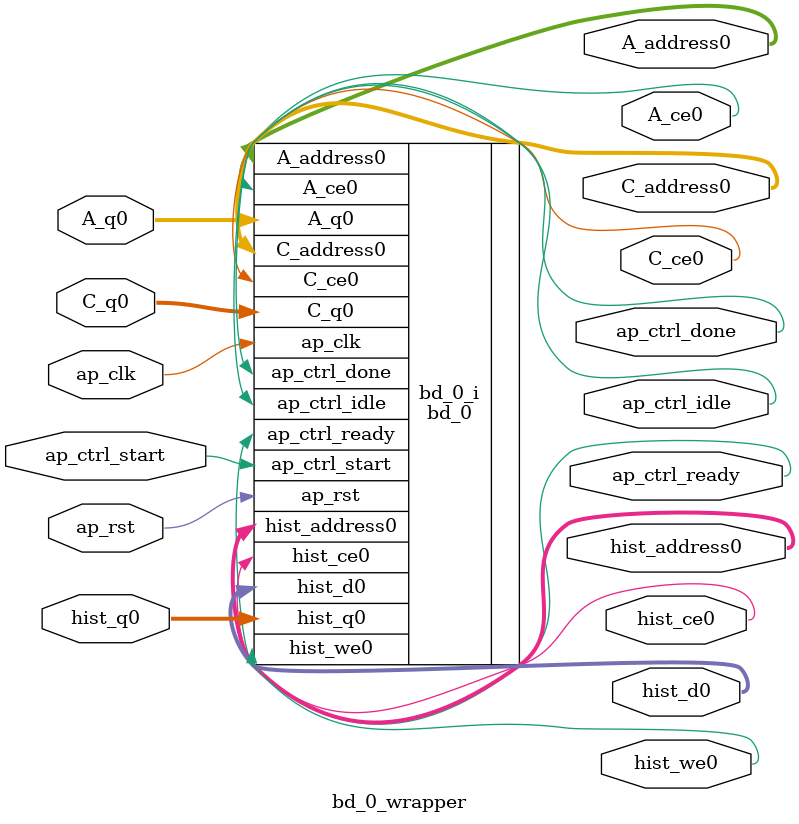
<source format=v>
`timescale 1 ps / 1 ps

module bd_0_wrapper
   (A_address0,
    A_ce0,
    A_q0,
    C_address0,
    C_ce0,
    C_q0,
    ap_clk,
    ap_ctrl_done,
    ap_ctrl_idle,
    ap_ctrl_ready,
    ap_ctrl_start,
    ap_rst,
    hist_address0,
    hist_ce0,
    hist_d0,
    hist_q0,
    hist_we0);
  output [9:0]A_address0;
  output A_ce0;
  input [31:0]A_q0;
  output [9:0]C_address0;
  output C_ce0;
  input [31:0]C_q0;
  input ap_clk;
  output ap_ctrl_done;
  output ap_ctrl_idle;
  output ap_ctrl_ready;
  input ap_ctrl_start;
  input ap_rst;
  output [9:0]hist_address0;
  output hist_ce0;
  output [31:0]hist_d0;
  input [31:0]hist_q0;
  output hist_we0;

  wire [9:0]A_address0;
  wire A_ce0;
  wire [31:0]A_q0;
  wire [9:0]C_address0;
  wire C_ce0;
  wire [31:0]C_q0;
  wire ap_clk;
  wire ap_ctrl_done;
  wire ap_ctrl_idle;
  wire ap_ctrl_ready;
  wire ap_ctrl_start;
  wire ap_rst;
  wire [9:0]hist_address0;
  wire hist_ce0;
  wire [31:0]hist_d0;
  wire [31:0]hist_q0;
  wire hist_we0;

  bd_0 bd_0_i
       (.A_address0(A_address0),
        .A_ce0(A_ce0),
        .A_q0(A_q0),
        .C_address0(C_address0),
        .C_ce0(C_ce0),
        .C_q0(C_q0),
        .ap_clk(ap_clk),
        .ap_ctrl_done(ap_ctrl_done),
        .ap_ctrl_idle(ap_ctrl_idle),
        .ap_ctrl_ready(ap_ctrl_ready),
        .ap_ctrl_start(ap_ctrl_start),
        .ap_rst(ap_rst),
        .hist_address0(hist_address0),
        .hist_ce0(hist_ce0),
        .hist_d0(hist_d0),
        .hist_q0(hist_q0),
        .hist_we0(hist_we0));
endmodule

</source>
